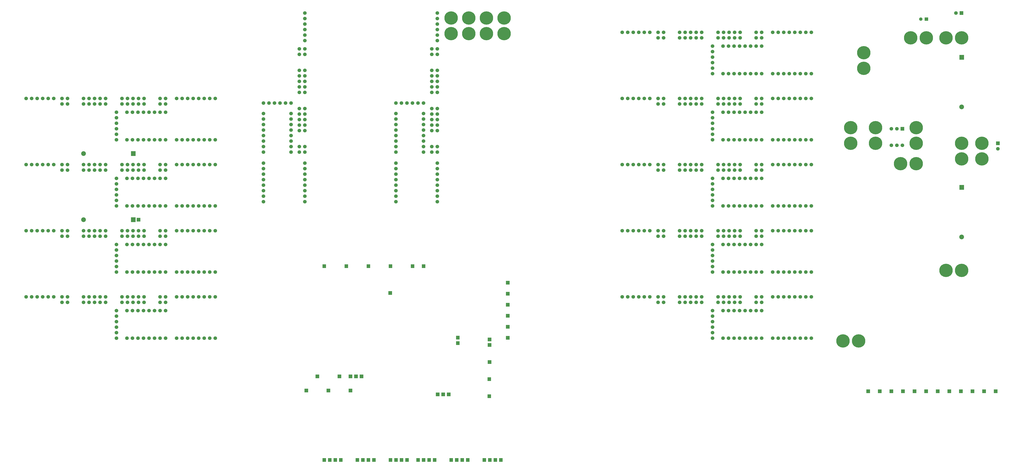
<source format=gbr>
G04 start of page 9 for group -4062 idx -4062 *
G04 Title: (unknown), soldermask *
G04 Creator: pcb 4.2.0 *
G04 CreationDate: Mon Sep  7 06:55:59 2020 UTC *
G04 For: commonadmin *
G04 Format: Gerber/RS-274X *
G04 PCB-Dimensions (mil): 18000.00 11000.00 *
G04 PCB-Coordinate-Origin: lower left *
%MOIN*%
%FSLAX25Y25*%
%LNBOTTOMMASK*%
%ADD77C,0.0860*%
%ADD76C,0.0610*%
%ADD75C,0.0001*%
%ADD74C,0.2422*%
%ADD73C,0.0660*%
G54D73*X1367500Y975000D03*
X1377500D03*
X1387500D03*
X1397500D03*
X1407500D03*
X1417500D03*
X1427500D03*
X1437500D03*
G54D74*X1532500Y1012846D03*
Y984500D03*
G54D75*G36*
X1705700Y1008800D02*Y1000200D01*
X1714300D01*
Y1008800D01*
X1705700D01*
G37*
G54D73*X1367500Y1050000D03*
X1347500D03*
Y1040000D03*
X1377500Y1050000D03*
X1387500D03*
X1397500D03*
X1407500D03*
X1417500D03*
X1427500D03*
X1437500D03*
X1337500Y1040000D03*
Y1050000D03*
X1308500D03*
Y1040000D03*
G54D74*X1646000D03*
X1617654D03*
G54D73*X1219000D03*
X1209000Y1050000D03*
X1199000D03*
X1209000Y1040000D03*
X1199000D03*
X1170000D03*
X1160000D03*
X1170000Y1050000D03*
X1160000D03*
X1145000D03*
X1135000D03*
X1125000D03*
X1115000D03*
X1105000D03*
X1095000D03*
G54D74*X1709846Y1040000D03*
X1681500D03*
G54D75*G36*
X1706200Y1088300D02*Y1081700D01*
X1712800D01*
Y1088300D01*
X1706200D01*
G37*
G54D73*X1699500Y1085000D03*
G54D75*G36*
X1642950Y1077050D02*Y1070950D01*
X1649050D01*
Y1077050D01*
X1642950D01*
G37*
G54D76*X1636000Y1074000D03*
G54D73*X1277500Y975000D03*
X1287500D03*
X1297500D03*
X1307500D03*
X1317500D03*
X1327500D03*
X1337500D03*
X1347500D03*
X1258500D03*
Y985000D03*
Y995000D03*
Y1005000D03*
Y1015000D03*
Y1025000D03*
X1277500D03*
X1287500D03*
X1297500D03*
X1307500D03*
X1317500D03*
X1327500D03*
X1337500D03*
X1347500D03*
X1298500Y1050000D03*
X1288500D03*
X1278500D03*
X1268500D03*
X1298500Y1040000D03*
X1288500D03*
X1278500D03*
X1268500D03*
X1239000D03*
X1229000D03*
X1239000Y1050000D03*
X1229000D03*
X1219000D03*
X287500Y495000D03*
X297500D03*
X307500D03*
X317500D03*
X327500D03*
X337500D03*
X347500D03*
X357500D03*
X197500D03*
X207500D03*
X217500D03*
X227500D03*
X237500D03*
X247500D03*
X257500D03*
X267500D03*
X178500D03*
Y505000D03*
Y515000D03*
Y525000D03*
Y535000D03*
Y545000D03*
X197500D03*
X207500D03*
X217500D03*
X227500D03*
X237500D03*
X247500D03*
X257500D03*
X267500D03*
X287500Y570000D03*
X267500D03*
Y560000D03*
X297500Y570000D03*
X307500D03*
X317500D03*
X327500D03*
X337500D03*
X347500D03*
X357500D03*
X257500Y560000D03*
Y570000D03*
X228500D03*
Y560000D03*
G54D75*G36*
X591700Y628800D02*Y622200D01*
X598300D01*
Y628800D01*
X591700D01*
G37*
G36*
X551700D02*Y622200D01*
X558300D01*
Y628800D01*
X551700D01*
G37*
G54D73*X218500Y570000D03*
X208500D03*
X198500D03*
X188500D03*
X218500Y560000D03*
X208500D03*
X198500D03*
X188500D03*
X159000D03*
X149000D03*
X159000Y570000D03*
X149000D03*
X139000D03*
Y560000D03*
X129000Y570000D03*
X119000D03*
X129000Y560000D03*
X119000D03*
X90000D03*
X80000D03*
X90000Y570000D03*
X80000D03*
X65000D03*
X55000D03*
X45000D03*
X35000D03*
X25000D03*
X15000D03*
X197500Y615000D03*
X207500D03*
X217500D03*
X227500D03*
X237500D03*
X247500D03*
X257500D03*
X267500D03*
X178500D03*
Y625000D03*
Y635000D03*
Y645000D03*
Y655000D03*
Y665000D03*
X197500D03*
X207500D03*
X217500D03*
X227500D03*
X237500D03*
X247500D03*
X257500D03*
X267500D03*
X218500Y690000D03*
Y680000D03*
X208500D03*
X198500D03*
X188500D03*
X208500Y690000D03*
X198500D03*
X188500D03*
X159000D03*
X149000D03*
X139000D03*
G54D77*X119000Y710000D03*
G54D75*G36*
X215200Y713300D02*Y706700D01*
X221800D01*
Y713300D01*
X215200D01*
G37*
G54D73*X159000Y680000D03*
X149000D03*
X139000D03*
X129000Y690000D03*
X119000D03*
X129000Y680000D03*
X119000D03*
X90000D03*
X80000D03*
X90000Y690000D03*
X80000D03*
X65000D03*
X55000D03*
X45000D03*
X35000D03*
X25000D03*
X15000D03*
X287500Y855000D03*
Y930000D03*
X297500D03*
X307500D03*
X317500D03*
X327500D03*
X337500D03*
X347500D03*
X357500D03*
X297500Y855000D03*
X307500D03*
X317500D03*
X327500D03*
X337500D03*
X347500D03*
X357500D03*
X317500Y810000D03*
X327500D03*
X337500D03*
X347500D03*
X357500D03*
X287500D03*
X297500D03*
X307500D03*
X228500D03*
X218500D03*
X208500D03*
X267500D03*
Y800000D03*
X257500D03*
Y810000D03*
X228500Y800000D03*
X218500D03*
X208500D03*
G54D75*G36*
X204700Y834300D02*Y825700D01*
X213300D01*
Y834300D01*
X204700D01*
G37*
G54D73*X198500Y810000D03*
Y800000D03*
X188500D03*
Y810000D03*
X159000D03*
X149000D03*
X139000D03*
X129000D03*
X119000D03*
X159000Y800000D03*
X149000D03*
X139000D03*
X129000D03*
X119000D03*
X197500Y855000D03*
X207500D03*
X217500D03*
X227500D03*
X237500D03*
X247500D03*
X257500D03*
X267500D03*
X178500D03*
Y865000D03*
Y875000D03*
Y885000D03*
Y895000D03*
Y905000D03*
X197500D03*
X207500D03*
X217500D03*
X227500D03*
X237500D03*
X247500D03*
X257500D03*
X267500D03*
Y930000D03*
Y920000D03*
X257500D03*
Y930000D03*
X228500D03*
Y920000D03*
X218500Y930000D03*
Y920000D03*
X208500Y930000D03*
Y920000D03*
X198500Y930000D03*
X188500D03*
X198500Y920000D03*
X188500D03*
X159000D03*
X149000D03*
X139000D03*
X129000D03*
X159000Y930000D03*
X149000D03*
X139000D03*
X129000D03*
X119000D03*
Y920000D03*
X90000Y930000D03*
X80000D03*
X65000D03*
X90000Y920000D03*
X80000D03*
X55000Y930000D03*
X45000D03*
X35000D03*
X25000D03*
X15000D03*
X317500Y615000D03*
X327500D03*
X337500D03*
X347500D03*
X287500D03*
X297500D03*
X307500D03*
X357500D03*
X307500Y690000D03*
X317500D03*
X327500D03*
X337500D03*
X347500D03*
X357500D03*
X287500D03*
X267500D03*
Y680000D03*
X297500Y690000D03*
X287500Y735000D03*
X297500D03*
X307500D03*
X317500D03*
X327500D03*
X337500D03*
X347500D03*
X357500D03*
X267500D03*
X257500Y680000D03*
Y690000D03*
X228500D03*
Y680000D03*
X257500Y735000D03*
G54D75*G36*
X204700Y714300D02*Y705700D01*
X213300D01*
Y714300D01*
X204700D01*
G37*
G54D73*X197500Y735000D03*
X207500D03*
X217500D03*
X227500D03*
X237500D03*
X247500D03*
X178500D03*
Y745000D03*
Y755000D03*
Y765000D03*
Y775000D03*
Y785000D03*
X197500D03*
X207500D03*
X217500D03*
X227500D03*
X237500D03*
X247500D03*
X257500D03*
X267500D03*
X90000Y810000D03*
X80000D03*
X65000D03*
X90000Y800000D03*
X80000D03*
X55000Y810000D03*
X45000D03*
X35000D03*
X25000D03*
X15000D03*
G54D77*X119000Y830000D03*
G54D73*X445000Y812500D03*
X520000D03*
X445000Y802500D03*
Y792500D03*
Y782500D03*
Y772500D03*
Y762500D03*
Y752500D03*
Y742500D03*
X520000Y802500D03*
Y792500D03*
Y782500D03*
Y772500D03*
Y762500D03*
Y752500D03*
Y742500D03*
Y832500D03*
X510000D03*
Y842500D03*
X520000D03*
X445000Y902500D03*
Y921500D03*
X455000D03*
X445000Y892500D03*
X465000Y921500D03*
X475000D03*
X485000D03*
X495000D03*
Y902500D03*
X445000Y882500D03*
Y872500D03*
Y862500D03*
Y852500D03*
Y842500D03*
Y832500D03*
X495000Y862500D03*
Y852500D03*
Y842500D03*
Y832500D03*
Y892500D03*
Y882500D03*
Y872500D03*
X520000Y871500D03*
X510000D03*
Y881500D03*
Y891500D03*
Y901500D03*
X520000Y881500D03*
Y891500D03*
Y901500D03*
Y911500D03*
Y941000D03*
Y951000D03*
X510000Y911500D03*
Y941000D03*
Y951000D03*
X520000Y961000D03*
Y971000D03*
Y981000D03*
Y1010000D03*
X510000Y961000D03*
Y971000D03*
Y981000D03*
Y1010000D03*
Y1020000D03*
X520000D03*
Y1035000D03*
Y1045000D03*
Y1055000D03*
Y1065000D03*
Y1075000D03*
Y1085000D03*
X1367500Y735000D03*
Y810000D03*
X1377500D03*
X1387500D03*
X1397500D03*
X1407500D03*
X1417500D03*
X1427500D03*
X1437500D03*
X1377500Y735000D03*
X1387500D03*
X1397500D03*
X1407500D03*
X1417500D03*
X1427500D03*
X1437500D03*
X1397500Y690000D03*
X1407500D03*
X1417500D03*
X1427500D03*
X1437500D03*
X1367500Y495000D03*
X1377500D03*
X1387500D03*
X1397500D03*
X1407500D03*
X1417500D03*
X1427500D03*
X1437500D03*
X1367500Y570000D03*
X1377500D03*
X1387500D03*
X1397500D03*
X1407500D03*
X1417500D03*
X1427500D03*
X1437500D03*
G54D74*X1495000Y490000D03*
X1523346D03*
G54D75*G36*
X1537200Y401800D02*Y395200D01*
X1543800D01*
Y401800D01*
X1537200D01*
G37*
G36*
X1558200D02*Y395200D01*
X1564800D01*
Y401800D01*
X1558200D01*
G37*
G36*
X1579200D02*Y395200D01*
X1585800D01*
Y401800D01*
X1579200D01*
G37*
G36*
X1600200D02*Y395200D01*
X1606800D01*
Y401800D01*
X1600200D01*
G37*
G36*
X1621200D02*Y395200D01*
X1627800D01*
Y401800D01*
X1621200D01*
G37*
G36*
X1642200D02*Y395200D01*
X1648800D01*
Y401800D01*
X1642200D01*
G37*
G36*
X1663200D02*Y395200D01*
X1669800D01*
Y401800D01*
X1663200D01*
G37*
G36*
X1684200D02*Y395200D01*
X1690800D01*
Y401800D01*
X1684200D01*
G37*
G36*
X1705200D02*Y395200D01*
X1711800D01*
Y401800D01*
X1705200D01*
G37*
G36*
X1726200D02*Y395200D01*
X1732800D01*
Y401800D01*
X1726200D01*
G37*
G36*
X1747200D02*Y395200D01*
X1753800D01*
Y401800D01*
X1747200D01*
G37*
G36*
X1768200D02*Y395200D01*
X1774800D01*
Y401800D01*
X1768200D01*
G37*
G54D73*X1278500Y810000D03*
X1268500D03*
X1278500Y800000D03*
X1268500D03*
X1239000D03*
X1229000D03*
X1219000D03*
X1209000D03*
X1239000Y810000D03*
X1229000D03*
X1219000D03*
X1209000D03*
X1199000D03*
Y800000D03*
X1170000Y810000D03*
X1160000D03*
X1145000D03*
X1170000Y800000D03*
X1160000D03*
X1135000Y810000D03*
X1125000D03*
X1115000D03*
X1105000D03*
X1095000D03*
X1367500Y615000D03*
X1377500D03*
X1387500D03*
X1397500D03*
X1407500D03*
X1417500D03*
X1427500D03*
X1437500D03*
X1297500D03*
X1307500D03*
X1317500D03*
X1327500D03*
X1337500D03*
X1347500D03*
X1277500D03*
X1258500D03*
Y625000D03*
Y635000D03*
Y645000D03*
Y655000D03*
Y665000D03*
X1287500D03*
X1297500D03*
X1307500D03*
X1317500D03*
X1327500D03*
X1337500D03*
X1347500D03*
X1287500Y615000D03*
X1277500Y735000D03*
X1287500D03*
X1297500D03*
X1307500D03*
X1317500D03*
X1327500D03*
X1337500D03*
X1347500D03*
X1258500D03*
Y745000D03*
Y755000D03*
Y765000D03*
Y775000D03*
Y785000D03*
X1277500D03*
X1287500D03*
X1297500D03*
X1307500D03*
X1317500D03*
X1327500D03*
X1337500D03*
X1347500D03*
Y810000D03*
Y800000D03*
X1337500D03*
Y810000D03*
X1308500D03*
Y800000D03*
X1298500Y810000D03*
Y800000D03*
X1288500Y810000D03*
Y800000D03*
X1367500Y690000D03*
X1377500D03*
X1387500D03*
X1308500D03*
X1298500D03*
X1288500D03*
X1347500D03*
Y680000D03*
X1337500D03*
Y690000D03*
X1308500Y680000D03*
X1298500D03*
X1288500D03*
X1278500Y690000D03*
Y680000D03*
X1268500D03*
Y690000D03*
X1239000D03*
X1229000D03*
X1219000D03*
X1209000D03*
X1199000D03*
X1239000Y680000D03*
X1229000D03*
X1219000D03*
X1209000D03*
X1199000D03*
X1170000Y690000D03*
X1160000D03*
X1145000D03*
X1170000Y680000D03*
X1160000D03*
X1135000Y690000D03*
X1125000D03*
X1115000D03*
X1105000D03*
X1095000D03*
X1287500Y495000D03*
X1297500D03*
X1307500D03*
X1317500D03*
X1327500D03*
X1337500D03*
X1277500Y665000D03*
Y495000D03*
Y545000D03*
X1258500Y525000D03*
Y535000D03*
Y545000D03*
X1287500D03*
X1297500D03*
X1307500D03*
X1317500D03*
X1278500Y560000D03*
X1268500Y570000D03*
Y560000D03*
X1258500Y495000D03*
Y505000D03*
Y515000D03*
X1347500Y495000D03*
G54D75*G36*
X884200Y518800D02*Y512200D01*
X890800D01*
Y518800D01*
X884200D01*
G37*
G36*
X851200Y485800D02*Y479200D01*
X857800D01*
Y485800D01*
X851200D01*
G37*
G36*
Y495800D02*Y489200D01*
X857800D01*
Y495800D01*
X851200D01*
G37*
G36*
Y454800D02*Y448200D01*
X857800D01*
Y454800D01*
X851200D01*
G37*
G36*
X884200Y498800D02*Y492200D01*
X890800D01*
Y498800D01*
X884200D01*
G37*
G36*
X793700Y499300D02*Y492700D01*
X800300D01*
Y499300D01*
X793700D01*
G37*
G36*
Y489300D02*Y482700D01*
X800300D01*
Y489300D01*
X793700D01*
G37*
G54D73*X1327500Y545000D03*
X1337500D03*
X1347500D03*
Y570000D03*
Y560000D03*
X1337500D03*
Y570000D03*
X1308500D03*
Y560000D03*
X1298500Y570000D03*
Y560000D03*
X1288500Y570000D03*
Y560000D03*
X1278500Y570000D03*
X1239000D03*
Y560000D03*
X1229000Y570000D03*
Y560000D03*
X1219000Y570000D03*
Y560000D03*
X1209000Y570000D03*
Y560000D03*
X1199000D03*
Y570000D03*
X1170000D03*
Y560000D03*
X1160000D03*
Y570000D03*
X1145000D03*
X1135000D03*
X1125000D03*
X1115000D03*
X1105000D03*
X1095000D03*
G54D75*G36*
X884200Y598800D02*Y592200D01*
X890800D01*
Y598800D01*
X884200D01*
G37*
G36*
X711700Y628800D02*Y622200D01*
X718300D01*
Y628800D01*
X711700D01*
G37*
G36*
X731700D02*Y622200D01*
X738300D01*
Y628800D01*
X731700D01*
G37*
G36*
X671700D02*Y622200D01*
X678300D01*
Y628800D01*
X671700D01*
G37*
G36*
X631700D02*Y622200D01*
X638300D01*
Y628800D01*
X631700D01*
G37*
G36*
X671200Y580300D02*Y573700D01*
X677800D01*
Y580300D01*
X671200D01*
G37*
G36*
X884200Y578800D02*Y572200D01*
X890800D01*
Y578800D01*
X884200D01*
G37*
G36*
Y538800D02*Y532200D01*
X890800D01*
Y538800D01*
X884200D01*
G37*
G36*
Y558800D02*Y552200D01*
X890800D01*
Y558800D01*
X884200D01*
G37*
G36*
X871700Y277300D02*Y270700D01*
X878300D01*
Y277300D01*
X871700D01*
G37*
G36*
X861700D02*Y270700D01*
X868300D01*
Y277300D01*
X861700D01*
G37*
G36*
X851700D02*Y270700D01*
X858300D01*
Y277300D01*
X851700D01*
G37*
G36*
X841700D02*Y270700D01*
X848300D01*
Y277300D01*
X841700D01*
G37*
G36*
X811700D02*Y270700D01*
X818300D01*
Y277300D01*
X811700D01*
G37*
G36*
X801700D02*Y270700D01*
X808300D01*
Y277300D01*
X801700D01*
G37*
G36*
X791700D02*Y270700D01*
X798300D01*
Y277300D01*
X791700D01*
G37*
G36*
X781700D02*Y270700D01*
X788300D01*
Y277300D01*
X781700D01*
G37*
G36*
X850700Y423800D02*Y417200D01*
X857300D01*
Y423800D01*
X850700D01*
G37*
G36*
Y392800D02*Y386200D01*
X857300D01*
Y392800D01*
X850700D01*
G37*
G36*
X777200Y396300D02*Y389700D01*
X783800D01*
Y396300D01*
X777200D01*
G37*
G36*
X767200D02*Y389700D01*
X773800D01*
Y396300D01*
X767200D01*
G37*
G36*
X757200D02*Y389700D01*
X763800D01*
Y396300D01*
X757200D01*
G37*
G36*
X599200Y403300D02*Y396700D01*
X605800D01*
Y403300D01*
X599200D01*
G37*
G36*
X559200D02*Y396700D01*
X565800D01*
Y403300D01*
X559200D01*
G37*
G36*
X519200D02*Y396700D01*
X525800D01*
Y403300D01*
X519200D01*
G37*
G36*
X539200Y428800D02*Y422200D01*
X545800D01*
Y428800D01*
X539200D01*
G37*
G36*
X579200D02*Y422200D01*
X585800D01*
Y428800D01*
X579200D01*
G37*
G36*
X599200D02*Y422200D01*
X605800D01*
Y428800D01*
X599200D01*
G37*
G36*
X609200D02*Y422200D01*
X615800D01*
Y428800D01*
X609200D01*
G37*
G36*
X619200D02*Y422200D01*
X625800D01*
Y428800D01*
X619200D01*
G37*
G36*
X581700Y277300D02*Y270700D01*
X588300D01*
Y277300D01*
X581700D01*
G37*
G36*
X571700D02*Y270700D01*
X578300D01*
Y277300D01*
X571700D01*
G37*
G36*
X561700D02*Y270700D01*
X568300D01*
Y277300D01*
X561700D01*
G37*
G36*
X551700D02*Y270700D01*
X558300D01*
Y277300D01*
X551700D01*
G37*
G36*
X641700D02*Y270700D01*
X648300D01*
Y277300D01*
X641700D01*
G37*
G36*
X631700D02*Y270700D01*
X638300D01*
Y277300D01*
X631700D01*
G37*
G36*
X621700D02*Y270700D01*
X628300D01*
Y277300D01*
X621700D01*
G37*
G36*
X611700D02*Y270700D01*
X618300D01*
Y277300D01*
X611700D01*
G37*
G36*
X701700D02*Y270700D01*
X708300D01*
Y277300D01*
X701700D01*
G37*
G36*
X691700D02*Y270700D01*
X698300D01*
Y277300D01*
X691700D01*
G37*
G36*
X681700D02*Y270700D01*
X688300D01*
Y277300D01*
X681700D01*
G37*
G36*
X671700D02*Y270700D01*
X678300D01*
Y277300D01*
X671700D01*
G37*
G36*
X731700D02*Y270700D01*
X738300D01*
Y277300D01*
X731700D01*
G37*
G36*
X751700D02*Y270700D01*
X758300D01*
Y277300D01*
X751700D01*
G37*
G36*
X741700D02*Y270700D01*
X748300D01*
Y277300D01*
X741700D01*
G37*
G36*
X721700D02*Y270700D01*
X728300D01*
Y277300D01*
X721700D01*
G37*
G54D74*X881000Y1075846D03*
Y1047500D03*
X849000Y1075846D03*
Y1047500D03*
X817000Y1075846D03*
Y1047500D03*
X785000Y1075846D03*
Y1047500D03*
G54D73*X760000Y1085000D03*
Y1075000D03*
Y1065000D03*
Y1055000D03*
Y1045000D03*
Y1035000D03*
Y1020000D03*
X750000D03*
Y1010000D03*
X760000D03*
X750000Y981000D03*
X760000D03*
X750000Y971000D03*
X760000D03*
X750000Y961000D03*
Y951000D03*
Y941000D03*
X760000Y961000D03*
Y951000D03*
Y941000D03*
Y911500D03*
Y901500D03*
Y891500D03*
Y742500D03*
Y752500D03*
Y762500D03*
Y772500D03*
Y782500D03*
Y792500D03*
Y802500D03*
Y812500D03*
Y881500D03*
Y871500D03*
Y842500D03*
Y832500D03*
X750000Y871500D03*
X735000Y852500D03*
Y862500D03*
X750000Y842500D03*
Y832500D03*
X735000D03*
Y842500D03*
Y872500D03*
X750000Y911500D03*
Y901500D03*
Y891500D03*
Y881500D03*
X735000Y882500D03*
Y892500D03*
Y902500D03*
Y921500D03*
X725000D03*
X715000D03*
X705000D03*
X695000D03*
X685000D03*
Y882500D03*
Y892500D03*
Y902500D03*
Y832500D03*
Y842500D03*
Y852500D03*
Y862500D03*
Y872500D03*
Y742500D03*
Y752500D03*
Y762500D03*
Y772500D03*
Y782500D03*
Y792500D03*
Y802500D03*
Y812500D03*
X1367500Y855000D03*
Y930000D03*
X1377500Y855000D03*
X1387500D03*
X1397500D03*
X1407500D03*
X1417500D03*
X1427500D03*
X1437500D03*
X1377500Y930000D03*
X1387500D03*
X1397500D03*
X1407500D03*
X1417500D03*
X1427500D03*
X1437500D03*
X1277500Y855000D03*
X1287500D03*
X1297500D03*
X1307500D03*
X1317500D03*
X1327500D03*
X1337500D03*
X1347500D03*
X1258500D03*
Y865000D03*
Y875000D03*
Y885000D03*
Y895000D03*
Y905000D03*
X1277500D03*
X1287500D03*
X1297500D03*
X1307500D03*
X1317500D03*
X1327500D03*
X1337500D03*
X1347500D03*
X1278500Y930000D03*
X1268500D03*
X1278500Y920000D03*
X1268500D03*
X1239000D03*
X1229000D03*
X1219000D03*
X1209000D03*
X1239000Y930000D03*
X1229000D03*
X1219000D03*
X1209000D03*
X1199000D03*
Y920000D03*
X1170000Y930000D03*
X1160000D03*
X1145000D03*
X1170000Y920000D03*
X1160000D03*
X1135000Y930000D03*
X1125000D03*
X1115000D03*
X1105000D03*
X1095000D03*
G54D74*X1746500Y848500D03*
G54D75*G36*
X1772200Y851800D02*Y845200D01*
X1778800D01*
Y851800D01*
X1772200D01*
G37*
G54D73*X1775500Y838500D03*
G54D74*X1746500Y820154D03*
X1710000Y848500D03*
Y820154D03*
G54D75*G36*
X1705700Y772800D02*Y764200D01*
X1714300D01*
Y772800D01*
X1705700D01*
G37*
G54D77*X1710000Y678500D03*
G54D74*Y618000D03*
X1681654D03*
X1554000Y848654D03*
G54D73*X1582500Y845000D03*
X1592500D03*
X1602500D03*
G54D74*X1627500Y848654D03*
X1599154Y811654D03*
X1627500D03*
G54D73*X1347500Y930000D03*
Y920000D03*
X1337500D03*
Y930000D03*
X1308500D03*
Y920000D03*
X1298500Y930000D03*
Y920000D03*
X1288500Y930000D03*
Y920000D03*
G54D77*X1710000Y914500D03*
G54D74*X1554000Y877000D03*
G54D75*G36*
X1599200Y878300D02*Y871700D01*
X1605800D01*
Y878300D01*
X1599200D01*
G37*
G54D73*X1592500Y875000D03*
X1582500D03*
G54D74*X1627500Y877000D03*
X1509000D03*
Y848654D03*
M02*

</source>
